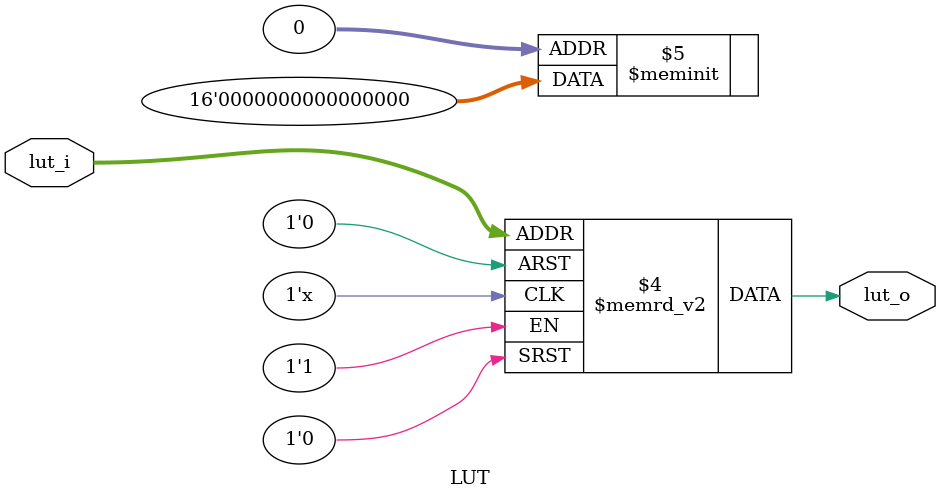
<source format=sv>
`timescale 1ns / 1ps

module LUT
    #(
        parameter logic [15 : 0] I = 0
    )
    (
        input logic [3 : 0] lut_i,
        output logic lut_o
        
    );
    
// assign lut_o = I[lut_i];
     
always_comb begin
    case(lut_i)
        0 :
            lut_o = I[0]; 
        1 :
            lut_o = I[1];
        2 :
            lut_o = I[2];
        3 :  
            lut_o = I[3];
        4 :
            lut_o = I[4]; 
        5 :
            lut_o = I[5];
        6 :
            lut_o = I[6];
        7 :  
            lut_o = I[7];
        8 :
            lut_o = I[8]; 
        9 :
            lut_o = I[9];
        10 :
            lut_o = I[10];
        11 :  
            lut_o = I[11];
        12 :
            lut_o = I[12]; 
        13 :
            lut_o = I[13];
        14 :
            lut_o = I[14];
        15 :  
            lut_o = I[15];
    endcase
end
    
endmodule

</source>
